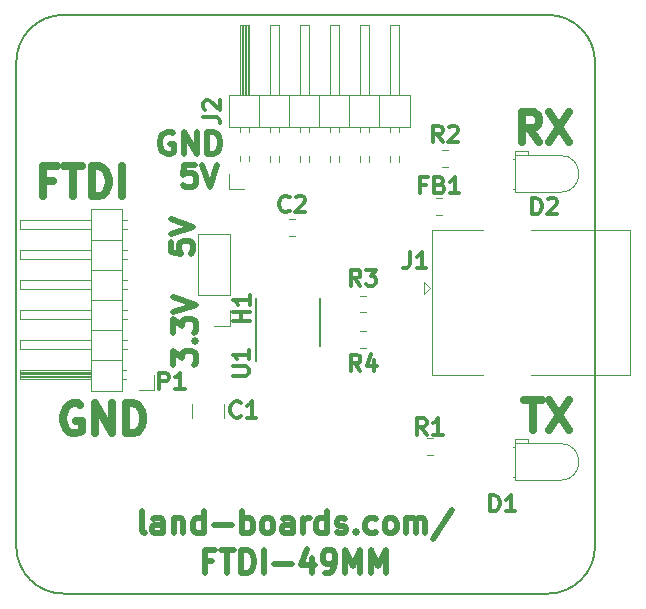
<source format=gto>
G04 #@! TF.GenerationSoftware,KiCad,Pcbnew,(5.1.5)-3*
G04 #@! TF.CreationDate,2021-03-10T17:40:58-05:00*
G04 #@! TF.ProjectId,FTDI-USB-TTL-49MM,46544449-2d55-4534-922d-54544c2d3439,1*
G04 #@! TF.SameCoordinates,Original*
G04 #@! TF.FileFunction,Legend,Top*
G04 #@! TF.FilePolarity,Positive*
%FSLAX46Y46*%
G04 Gerber Fmt 4.6, Leading zero omitted, Abs format (unit mm)*
G04 Created by KiCad (PCBNEW (5.1.5)-3) date 2021-03-10 17:40:58*
%MOMM*%
%LPD*%
G04 APERTURE LIST*
%ADD10C,0.476250*%
%ADD11C,0.635000*%
%ADD12C,0.120000*%
%ADD13C,0.150000*%
%ADD14C,0.349250*%
%ADD15C,0.381000*%
G04 APERTURE END LIST*
D10*
X13280571Y-9969500D02*
X13099142Y-9878785D01*
X12827000Y-9878785D01*
X12554857Y-9969500D01*
X12373428Y-10150928D01*
X12282714Y-10332357D01*
X12192000Y-10695214D01*
X12192000Y-10967357D01*
X12282714Y-11330214D01*
X12373428Y-11511642D01*
X12554857Y-11693071D01*
X12827000Y-11783785D01*
X13008428Y-11783785D01*
X13280571Y-11693071D01*
X13371285Y-11602357D01*
X13371285Y-10967357D01*
X13008428Y-10967357D01*
X14187714Y-11783785D02*
X14187714Y-9878785D01*
X15276285Y-11783785D01*
X15276285Y-9878785D01*
X16183428Y-11783785D02*
X16183428Y-9878785D01*
X16637000Y-9878785D01*
X16909142Y-9969500D01*
X17090571Y-10150928D01*
X17181285Y-10332357D01*
X17272000Y-10695214D01*
X17272000Y-10967357D01*
X17181285Y-11330214D01*
X17090571Y-11511642D01*
X16909142Y-11693071D01*
X16637000Y-11783785D01*
X16183428Y-11783785D01*
X15131142Y-12672785D02*
X14224000Y-12672785D01*
X14133285Y-13579928D01*
X14224000Y-13489214D01*
X14405428Y-13398500D01*
X14859000Y-13398500D01*
X15040428Y-13489214D01*
X15131142Y-13579928D01*
X15221857Y-13761357D01*
X15221857Y-14214928D01*
X15131142Y-14396357D01*
X15040428Y-14487071D01*
X14859000Y-14577785D01*
X14405428Y-14577785D01*
X14224000Y-14487071D01*
X14133285Y-14396357D01*
X15766142Y-12672785D02*
X16401142Y-14577785D01*
X17036142Y-12672785D01*
X10876642Y-43898910D02*
X10695214Y-43808196D01*
X10604499Y-43626767D01*
X10604499Y-41993910D01*
X12418785Y-43898910D02*
X12418785Y-42901053D01*
X12328071Y-42719625D01*
X12146642Y-42628910D01*
X11783785Y-42628910D01*
X11602357Y-42719625D01*
X12418785Y-43808196D02*
X12237357Y-43898910D01*
X11783785Y-43898910D01*
X11602357Y-43808196D01*
X11511642Y-43626767D01*
X11511642Y-43445339D01*
X11602357Y-43263910D01*
X11783785Y-43173196D01*
X12237357Y-43173196D01*
X12418785Y-43082482D01*
X13325928Y-42628910D02*
X13325928Y-43898910D01*
X13325928Y-42810339D02*
X13416642Y-42719625D01*
X13598071Y-42628910D01*
X13870214Y-42628910D01*
X14051642Y-42719625D01*
X14142357Y-42901053D01*
X14142357Y-43898910D01*
X15865928Y-43898910D02*
X15865928Y-41993910D01*
X15865928Y-43808196D02*
X15684499Y-43898910D01*
X15321642Y-43898910D01*
X15140214Y-43808196D01*
X15049499Y-43717482D01*
X14958785Y-43536053D01*
X14958785Y-42991767D01*
X15049499Y-42810339D01*
X15140214Y-42719625D01*
X15321642Y-42628910D01*
X15684499Y-42628910D01*
X15865928Y-42719625D01*
X16773071Y-43173196D02*
X18224499Y-43173196D01*
X19131642Y-43898910D02*
X19131642Y-41993910D01*
X19131642Y-42719625D02*
X19313071Y-42628910D01*
X19675928Y-42628910D01*
X19857357Y-42719625D01*
X19948071Y-42810339D01*
X20038785Y-42991767D01*
X20038785Y-43536053D01*
X19948071Y-43717482D01*
X19857357Y-43808196D01*
X19675928Y-43898910D01*
X19313071Y-43898910D01*
X19131642Y-43808196D01*
X21127357Y-43898910D02*
X20945928Y-43808196D01*
X20855214Y-43717482D01*
X20764500Y-43536053D01*
X20764500Y-42991767D01*
X20855214Y-42810339D01*
X20945928Y-42719625D01*
X21127357Y-42628910D01*
X21399500Y-42628910D01*
X21580928Y-42719625D01*
X21671642Y-42810339D01*
X21762357Y-42991767D01*
X21762357Y-43536053D01*
X21671642Y-43717482D01*
X21580928Y-43808196D01*
X21399500Y-43898910D01*
X21127357Y-43898910D01*
X23395214Y-43898910D02*
X23395214Y-42901053D01*
X23304500Y-42719625D01*
X23123071Y-42628910D01*
X22760214Y-42628910D01*
X22578785Y-42719625D01*
X23395214Y-43808196D02*
X23213785Y-43898910D01*
X22760214Y-43898910D01*
X22578785Y-43808196D01*
X22488071Y-43626767D01*
X22488071Y-43445339D01*
X22578785Y-43263910D01*
X22760214Y-43173196D01*
X23213785Y-43173196D01*
X23395214Y-43082482D01*
X24302357Y-43898910D02*
X24302357Y-42628910D01*
X24302357Y-42991767D02*
X24393071Y-42810339D01*
X24483785Y-42719625D01*
X24665214Y-42628910D01*
X24846642Y-42628910D01*
X26298071Y-43898910D02*
X26298071Y-41993910D01*
X26298071Y-43808196D02*
X26116642Y-43898910D01*
X25753785Y-43898910D01*
X25572357Y-43808196D01*
X25481642Y-43717482D01*
X25390928Y-43536053D01*
X25390928Y-42991767D01*
X25481642Y-42810339D01*
X25572357Y-42719625D01*
X25753785Y-42628910D01*
X26116642Y-42628910D01*
X26298071Y-42719625D01*
X27114500Y-43808196D02*
X27295928Y-43898910D01*
X27658785Y-43898910D01*
X27840214Y-43808196D01*
X27930928Y-43626767D01*
X27930928Y-43536053D01*
X27840214Y-43354625D01*
X27658785Y-43263910D01*
X27386642Y-43263910D01*
X27205214Y-43173196D01*
X27114500Y-42991767D01*
X27114500Y-42901053D01*
X27205214Y-42719625D01*
X27386642Y-42628910D01*
X27658785Y-42628910D01*
X27840214Y-42719625D01*
X28747357Y-43717482D02*
X28838071Y-43808196D01*
X28747357Y-43898910D01*
X28656642Y-43808196D01*
X28747357Y-43717482D01*
X28747357Y-43898910D01*
X30470928Y-43808196D02*
X30289500Y-43898910D01*
X29926642Y-43898910D01*
X29745214Y-43808196D01*
X29654500Y-43717482D01*
X29563785Y-43536053D01*
X29563785Y-42991767D01*
X29654500Y-42810339D01*
X29745214Y-42719625D01*
X29926642Y-42628910D01*
X30289500Y-42628910D01*
X30470928Y-42719625D01*
X31559500Y-43898910D02*
X31378071Y-43808196D01*
X31287357Y-43717482D01*
X31196642Y-43536053D01*
X31196642Y-42991767D01*
X31287357Y-42810339D01*
X31378071Y-42719625D01*
X31559500Y-42628910D01*
X31831642Y-42628910D01*
X32013071Y-42719625D01*
X32103785Y-42810339D01*
X32194500Y-42991767D01*
X32194500Y-43536053D01*
X32103785Y-43717482D01*
X32013071Y-43808196D01*
X31831642Y-43898910D01*
X31559500Y-43898910D01*
X33010928Y-43898910D02*
X33010928Y-42628910D01*
X33010928Y-42810339D02*
X33101642Y-42719625D01*
X33283071Y-42628910D01*
X33555214Y-42628910D01*
X33736642Y-42719625D01*
X33827357Y-42901053D01*
X33827357Y-43898910D01*
X33827357Y-42901053D02*
X33918071Y-42719625D01*
X34099500Y-42628910D01*
X34371642Y-42628910D01*
X34553071Y-42719625D01*
X34643785Y-42901053D01*
X34643785Y-43898910D01*
X36911642Y-41903196D02*
X35278785Y-44352482D01*
X16591642Y-46234803D02*
X15956642Y-46234803D01*
X15956642Y-47232660D02*
X15956642Y-45327660D01*
X16863785Y-45327660D01*
X17317357Y-45327660D02*
X18405928Y-45327660D01*
X17861642Y-47232660D02*
X17861642Y-45327660D01*
X19040928Y-47232660D02*
X19040928Y-45327660D01*
X19494500Y-45327660D01*
X19766642Y-45418375D01*
X19948071Y-45599803D01*
X20038785Y-45781232D01*
X20129500Y-46144089D01*
X20129500Y-46416232D01*
X20038785Y-46779089D01*
X19948071Y-46960517D01*
X19766642Y-47141946D01*
X19494500Y-47232660D01*
X19040928Y-47232660D01*
X20945928Y-47232660D02*
X20945928Y-45327660D01*
X21853071Y-46506946D02*
X23304500Y-46506946D01*
X25028071Y-45962660D02*
X25028071Y-47232660D01*
X24574500Y-45236946D02*
X24120928Y-46597660D01*
X25300214Y-46597660D01*
X26116642Y-47232660D02*
X26479500Y-47232660D01*
X26660928Y-47141946D01*
X26751642Y-47051232D01*
X26933071Y-46779089D01*
X27023785Y-46416232D01*
X27023785Y-45690517D01*
X26933071Y-45509089D01*
X26842357Y-45418375D01*
X26660928Y-45327660D01*
X26298071Y-45327660D01*
X26116642Y-45418375D01*
X26025928Y-45509089D01*
X25935214Y-45690517D01*
X25935214Y-46144089D01*
X26025928Y-46325517D01*
X26116642Y-46416232D01*
X26298071Y-46506946D01*
X26660928Y-46506946D01*
X26842357Y-46416232D01*
X26933071Y-46325517D01*
X27023785Y-46144089D01*
X27840214Y-47232660D02*
X27840214Y-45327660D01*
X28475214Y-46688375D01*
X29110214Y-45327660D01*
X29110214Y-47232660D01*
X30017357Y-47232660D02*
X30017357Y-45327660D01*
X30652357Y-46688375D01*
X31287357Y-45327660D01*
X31287357Y-47232660D01*
X13282385Y-29634542D02*
X13282385Y-28455257D01*
X14008100Y-29090257D01*
X14008100Y-28818114D01*
X14098814Y-28636685D01*
X14189528Y-28545971D01*
X14370957Y-28455257D01*
X14824528Y-28455257D01*
X15005957Y-28545971D01*
X15096671Y-28636685D01*
X15187385Y-28818114D01*
X15187385Y-29362400D01*
X15096671Y-29543828D01*
X15005957Y-29634542D01*
X15005957Y-27638828D02*
X15096671Y-27548114D01*
X15187385Y-27638828D01*
X15096671Y-27729542D01*
X15005957Y-27638828D01*
X15187385Y-27638828D01*
X13282385Y-26913114D02*
X13282385Y-25733828D01*
X14008100Y-26368828D01*
X14008100Y-26096685D01*
X14098814Y-25915257D01*
X14189528Y-25824542D01*
X14370957Y-25733828D01*
X14824528Y-25733828D01*
X15005957Y-25824542D01*
X15096671Y-25915257D01*
X15187385Y-26096685D01*
X15187385Y-26640971D01*
X15096671Y-26822400D01*
X15005957Y-26913114D01*
X13282385Y-25189542D02*
X15187385Y-24554542D01*
X13282385Y-23919542D01*
X13079185Y-19209657D02*
X13079185Y-20116800D01*
X13986328Y-20207514D01*
X13895614Y-20116800D01*
X13804900Y-19935371D01*
X13804900Y-19481800D01*
X13895614Y-19300371D01*
X13986328Y-19209657D01*
X14167757Y-19118942D01*
X14621328Y-19118942D01*
X14802757Y-19209657D01*
X14893471Y-19300371D01*
X14984185Y-19481800D01*
X14984185Y-19935371D01*
X14893471Y-20116800D01*
X14802757Y-20207514D01*
X13079185Y-18574657D02*
X14984185Y-17939657D01*
X13079185Y-17304657D01*
D11*
X3108476Y-14042571D02*
X2261809Y-14042571D01*
X2261809Y-15373047D02*
X2261809Y-12833047D01*
X3471333Y-12833047D01*
X4076095Y-12833047D02*
X5527523Y-12833047D01*
X4801809Y-15373047D02*
X4801809Y-12833047D01*
X6374190Y-15373047D02*
X6374190Y-12833047D01*
X6978952Y-12833047D01*
X7341809Y-12954000D01*
X7583714Y-13195904D01*
X7704666Y-13437809D01*
X7825619Y-13921619D01*
X7825619Y-14284476D01*
X7704666Y-14768285D01*
X7583714Y-15010190D01*
X7341809Y-15252095D01*
X6978952Y-15373047D01*
X6374190Y-15373047D01*
X8914190Y-15373047D02*
X8914190Y-12833047D01*
X5430761Y-33020000D02*
X5188857Y-32899047D01*
X4826000Y-32899047D01*
X4463142Y-33020000D01*
X4221238Y-33261904D01*
X4100285Y-33503809D01*
X3979333Y-33987619D01*
X3979333Y-34350476D01*
X4100285Y-34834285D01*
X4221238Y-35076190D01*
X4463142Y-35318095D01*
X4826000Y-35439047D01*
X5067904Y-35439047D01*
X5430761Y-35318095D01*
X5551714Y-35197142D01*
X5551714Y-34350476D01*
X5067904Y-34350476D01*
X6640285Y-35439047D02*
X6640285Y-32899047D01*
X8091714Y-35439047D01*
X8091714Y-32899047D01*
X9301238Y-35439047D02*
X9301238Y-32899047D01*
X9906000Y-32899047D01*
X10268857Y-33020000D01*
X10510761Y-33261904D01*
X10631714Y-33503809D01*
X10752666Y-33987619D01*
X10752666Y-34350476D01*
X10631714Y-34834285D01*
X10510761Y-35076190D01*
X10268857Y-35318095D01*
X9906000Y-35439047D01*
X9301238Y-35439047D01*
X43022761Y-32645047D02*
X44474190Y-32645047D01*
X43748476Y-35185047D02*
X43748476Y-32645047D01*
X45078952Y-32645047D02*
X46772285Y-35185047D01*
X46772285Y-32645047D02*
X45078952Y-35185047D01*
X44280666Y-10801047D02*
X43434000Y-9591523D01*
X42829238Y-10801047D02*
X42829238Y-8261047D01*
X43796857Y-8261047D01*
X44038761Y-8382000D01*
X44159714Y-8502952D01*
X44280666Y-8744857D01*
X44280666Y-9107714D01*
X44159714Y-9349619D01*
X44038761Y-9470571D01*
X43796857Y-9591523D01*
X42829238Y-9591523D01*
X45127333Y-8261047D02*
X46820666Y-10801047D01*
X46820666Y-8261047D02*
X45127333Y-10801047D01*
D12*
X46070000Y-36286000D02*
G75*
G02X46070000Y-39406000I0J-1560000D01*
G01*
X42210000Y-39406000D02*
X46070000Y-39406000D01*
X42210000Y-36286000D02*
X46070000Y-36286000D01*
X42210000Y-39406000D02*
X42210000Y-36286000D01*
X42210000Y-35886000D02*
X43330000Y-35886000D01*
X43330000Y-35886000D02*
X43330000Y-36286000D01*
X43330000Y-36286000D02*
X42210000Y-36286000D01*
X42210000Y-36286000D02*
X42210000Y-35886000D01*
X42080000Y-39116000D02*
X42210000Y-39116000D01*
X42210000Y-39116000D02*
X42210000Y-39116000D01*
X42210000Y-39116000D02*
X42080000Y-39116000D01*
X42080000Y-39116000D02*
X42080000Y-39116000D01*
X42080000Y-36576000D02*
X42210000Y-36576000D01*
X42210000Y-36576000D02*
X42210000Y-36576000D01*
X42210000Y-36576000D02*
X42080000Y-36576000D01*
X42080000Y-36576000D02*
X42080000Y-36576000D01*
D13*
X4000000Y0D02*
G75*
G03X0Y-4000000I0J-4000000D01*
G01*
X49000000Y-4000000D02*
G75*
G03X45000000Y0I-4000000J0D01*
G01*
X45000000Y-49000000D02*
G75*
G03X49000000Y-45000000I0J4000000D01*
G01*
X0Y-45000000D02*
G75*
G03X4000000Y-49000000I4000000J0D01*
G01*
X49000000Y-45000000D02*
X49000000Y-4000000D01*
X45000000Y0D02*
X4000000Y0D01*
X0Y-4000000D02*
X0Y-45000000D01*
X4000000Y-49000000D02*
X45000000Y-49000000D01*
D12*
X17616000Y-32925936D02*
X17616000Y-34130064D01*
X14896000Y-32925936D02*
X14896000Y-34130064D01*
X23629252Y-18710000D02*
X23106748Y-18710000D01*
X23629252Y-17290000D02*
X23106748Y-17290000D01*
X18068600Y-18583600D02*
X15408600Y-18583600D01*
X18068600Y-23723600D02*
X18068600Y-18583600D01*
X15408600Y-23723600D02*
X15408600Y-18583600D01*
X18068600Y-23723600D02*
X15408600Y-23723600D01*
X18068600Y-24993600D02*
X18068600Y-26323600D01*
X18068600Y-26323600D02*
X16738600Y-26323600D01*
X39490000Y-18204000D02*
X35230000Y-18204000D01*
X35230000Y-18204000D02*
X35230000Y-30524000D01*
X35230000Y-30524000D02*
X39490000Y-30524000D01*
X43590000Y-18204000D02*
X51950000Y-18204000D01*
X51950000Y-18204000D02*
X51950000Y-30524000D01*
X51950000Y-30524000D02*
X43590000Y-30524000D01*
X35010000Y-23114000D02*
X34510000Y-22614000D01*
X34510000Y-22614000D02*
X34510000Y-23614000D01*
X34510000Y-23614000D02*
X35010000Y-23114000D01*
X8974000Y-31810000D02*
X8974000Y-16450000D01*
X8974000Y-16450000D02*
X6314000Y-16450000D01*
X6314000Y-16450000D02*
X6314000Y-31810000D01*
X6314000Y-31810000D02*
X8974000Y-31810000D01*
X6314000Y-30860000D02*
X314000Y-30860000D01*
X314000Y-30860000D02*
X314000Y-30100000D01*
X314000Y-30100000D02*
X6314000Y-30100000D01*
X6314000Y-30800000D02*
X314000Y-30800000D01*
X6314000Y-30680000D02*
X314000Y-30680000D01*
X6314000Y-30560000D02*
X314000Y-30560000D01*
X6314000Y-30440000D02*
X314000Y-30440000D01*
X6314000Y-30320000D02*
X314000Y-30320000D01*
X6314000Y-30200000D02*
X314000Y-30200000D01*
X9304000Y-30860000D02*
X8974000Y-30860000D01*
X9304000Y-30100000D02*
X8974000Y-30100000D01*
X8974000Y-29210000D02*
X6314000Y-29210000D01*
X6314000Y-28320000D02*
X314000Y-28320000D01*
X314000Y-28320000D02*
X314000Y-27560000D01*
X314000Y-27560000D02*
X6314000Y-27560000D01*
X9371071Y-28320000D02*
X8974000Y-28320000D01*
X9371071Y-27560000D02*
X8974000Y-27560000D01*
X8974000Y-26670000D02*
X6314000Y-26670000D01*
X6314000Y-25780000D02*
X314000Y-25780000D01*
X314000Y-25780000D02*
X314000Y-25020000D01*
X314000Y-25020000D02*
X6314000Y-25020000D01*
X9371071Y-25780000D02*
X8974000Y-25780000D01*
X9371071Y-25020000D02*
X8974000Y-25020000D01*
X8974000Y-24130000D02*
X6314000Y-24130000D01*
X6314000Y-23240000D02*
X314000Y-23240000D01*
X314000Y-23240000D02*
X314000Y-22480000D01*
X314000Y-22480000D02*
X6314000Y-22480000D01*
X9371071Y-23240000D02*
X8974000Y-23240000D01*
X9371071Y-22480000D02*
X8974000Y-22480000D01*
X8974000Y-21590000D02*
X6314000Y-21590000D01*
X6314000Y-20700000D02*
X314000Y-20700000D01*
X314000Y-20700000D02*
X314000Y-19940000D01*
X314000Y-19940000D02*
X6314000Y-19940000D01*
X9371071Y-20700000D02*
X8974000Y-20700000D01*
X9371071Y-19940000D02*
X8974000Y-19940000D01*
X8974000Y-19050000D02*
X6314000Y-19050000D01*
X6314000Y-18160000D02*
X314000Y-18160000D01*
X314000Y-18160000D02*
X314000Y-17400000D01*
X314000Y-17400000D02*
X6314000Y-17400000D01*
X9371071Y-18160000D02*
X8974000Y-18160000D01*
X9371071Y-17400000D02*
X8974000Y-17400000D01*
X11684000Y-30480000D02*
X11684000Y-31750000D01*
X11684000Y-31750000D02*
X10414000Y-31750000D01*
X34738748Y-37286000D02*
X35261252Y-37286000D01*
X34738748Y-35866000D02*
X35261252Y-35866000D01*
X36060748Y-11482000D02*
X36583252Y-11482000D01*
X36060748Y-12902000D02*
X36583252Y-12902000D01*
D13*
X25675000Y-28000000D02*
X25675000Y-24000000D01*
X20275000Y-29275000D02*
X20275000Y-24000000D01*
D12*
X42080000Y-12190000D02*
X42080000Y-12190000D01*
X42210000Y-12190000D02*
X42080000Y-12190000D01*
X42210000Y-12190000D02*
X42210000Y-12190000D01*
X42080000Y-12190000D02*
X42210000Y-12190000D01*
X42080000Y-14730000D02*
X42080000Y-14730000D01*
X42210000Y-14730000D02*
X42080000Y-14730000D01*
X42210000Y-14730000D02*
X42210000Y-14730000D01*
X42080000Y-14730000D02*
X42210000Y-14730000D01*
X42210000Y-11900000D02*
X42210000Y-11500000D01*
X43330000Y-11900000D02*
X42210000Y-11900000D01*
X43330000Y-11500000D02*
X43330000Y-11900000D01*
X42210000Y-11500000D02*
X43330000Y-11500000D01*
X42210000Y-15020000D02*
X42210000Y-11900000D01*
X42210000Y-11900000D02*
X46070000Y-11900000D01*
X42210000Y-15020000D02*
X46070000Y-15020000D01*
X46070000Y-11900000D02*
G75*
G02X46070000Y-15020000I0J-1560000D01*
G01*
X29636253Y-25185001D02*
X29113749Y-25185001D01*
X29636253Y-23765001D02*
X29113749Y-23765001D01*
X29636253Y-26790000D02*
X29113749Y-26790000D01*
X29636253Y-28210000D02*
X29113749Y-28210000D01*
X17974000Y-9482000D02*
X33334000Y-9482000D01*
X33334000Y-9482000D02*
X33334000Y-6822000D01*
X33334000Y-6822000D02*
X17974000Y-6822000D01*
X17974000Y-6822000D02*
X17974000Y-9482000D01*
X18924000Y-6822000D02*
X18924000Y-822000D01*
X18924000Y-822000D02*
X19684000Y-822000D01*
X19684000Y-822000D02*
X19684000Y-6822000D01*
X18984000Y-6822000D02*
X18984000Y-822000D01*
X19104000Y-6822000D02*
X19104000Y-822000D01*
X19224000Y-6822000D02*
X19224000Y-822000D01*
X19344000Y-6822000D02*
X19344000Y-822000D01*
X19464000Y-6822000D02*
X19464000Y-822000D01*
X19584000Y-6822000D02*
X19584000Y-822000D01*
X18924000Y-9879071D02*
X18924000Y-9482000D01*
X19684000Y-9879071D02*
X19684000Y-9482000D01*
X18924000Y-12352000D02*
X18924000Y-11964929D01*
X19684000Y-12352000D02*
X19684000Y-11964929D01*
X20574000Y-9482000D02*
X20574000Y-6822000D01*
X21464000Y-6822000D02*
X21464000Y-822000D01*
X21464000Y-822000D02*
X22224000Y-822000D01*
X22224000Y-822000D02*
X22224000Y-6822000D01*
X21464000Y-9879071D02*
X21464000Y-9482000D01*
X22224000Y-9879071D02*
X22224000Y-9482000D01*
X21464000Y-12419071D02*
X21464000Y-11964929D01*
X22224000Y-12419071D02*
X22224000Y-11964929D01*
X23114000Y-9482000D02*
X23114000Y-6822000D01*
X24004000Y-6822000D02*
X24004000Y-822000D01*
X24004000Y-822000D02*
X24764000Y-822000D01*
X24764000Y-822000D02*
X24764000Y-6822000D01*
X24004000Y-9879071D02*
X24004000Y-9482000D01*
X24764000Y-9879071D02*
X24764000Y-9482000D01*
X24004000Y-12419071D02*
X24004000Y-11964929D01*
X24764000Y-12419071D02*
X24764000Y-11964929D01*
X25654000Y-9482000D02*
X25654000Y-6822000D01*
X26544000Y-6822000D02*
X26544000Y-822000D01*
X26544000Y-822000D02*
X27304000Y-822000D01*
X27304000Y-822000D02*
X27304000Y-6822000D01*
X26544000Y-9879071D02*
X26544000Y-9482000D01*
X27304000Y-9879071D02*
X27304000Y-9482000D01*
X26544000Y-12419071D02*
X26544000Y-11964929D01*
X27304000Y-12419071D02*
X27304000Y-11964929D01*
X28194000Y-9482000D02*
X28194000Y-6822000D01*
X29084000Y-6822000D02*
X29084000Y-822000D01*
X29084000Y-822000D02*
X29844000Y-822000D01*
X29844000Y-822000D02*
X29844000Y-6822000D01*
X29084000Y-9879071D02*
X29084000Y-9482000D01*
X29844000Y-9879071D02*
X29844000Y-9482000D01*
X29084000Y-12419071D02*
X29084000Y-11964929D01*
X29844000Y-12419071D02*
X29844000Y-11964929D01*
X30734000Y-9482000D02*
X30734000Y-6822000D01*
X31624000Y-6822000D02*
X31624000Y-822000D01*
X31624000Y-822000D02*
X32384000Y-822000D01*
X32384000Y-822000D02*
X32384000Y-6822000D01*
X31624000Y-9879071D02*
X31624000Y-9482000D01*
X32384000Y-9879071D02*
X32384000Y-9482000D01*
X31624000Y-12419071D02*
X31624000Y-11964929D01*
X32384000Y-12419071D02*
X32384000Y-11964929D01*
X19304000Y-14732000D02*
X18034000Y-14732000D01*
X18034000Y-14732000D02*
X18034000Y-13462000D01*
X35552748Y-15546000D02*
X36075252Y-15546000D01*
X35552748Y-16966000D02*
X36075252Y-16966000D01*
D14*
X40116880Y-42033976D02*
X40116880Y-40636976D01*
X40449500Y-40636976D01*
X40649071Y-40703500D01*
X40782119Y-40836547D01*
X40848642Y-40969595D01*
X40915166Y-41235690D01*
X40915166Y-41435261D01*
X40848642Y-41701357D01*
X40782119Y-41834404D01*
X40649071Y-41967452D01*
X40449500Y-42033976D01*
X40116880Y-42033976D01*
X42245642Y-42033976D02*
X41447357Y-42033976D01*
X41846500Y-42033976D02*
X41846500Y-40636976D01*
X41713452Y-40836547D01*
X41580404Y-40969595D01*
X41447357Y-41036119D01*
D15*
D14*
X18994966Y-33976128D02*
X18928442Y-34042652D01*
X18728871Y-34109176D01*
X18595823Y-34109176D01*
X18396252Y-34042652D01*
X18263204Y-33909604D01*
X18196680Y-33776557D01*
X18130157Y-33510461D01*
X18130157Y-33310890D01*
X18196680Y-33044795D01*
X18263204Y-32911747D01*
X18396252Y-32778700D01*
X18595823Y-32712176D01*
X18728871Y-32712176D01*
X18928442Y-32778700D01*
X18994966Y-32845223D01*
X20325442Y-34109176D02*
X19527157Y-34109176D01*
X19926300Y-34109176D02*
X19926300Y-32712176D01*
X19793252Y-32911747D01*
X19660204Y-33044795D01*
X19527157Y-33111319D01*
D15*
D14*
X23135166Y-16577128D02*
X23068642Y-16643652D01*
X22869071Y-16710176D01*
X22736023Y-16710176D01*
X22536452Y-16643652D01*
X22403404Y-16510604D01*
X22336880Y-16377557D01*
X22270357Y-16111461D01*
X22270357Y-15911890D01*
X22336880Y-15645795D01*
X22403404Y-15512747D01*
X22536452Y-15379700D01*
X22736023Y-15313176D01*
X22869071Y-15313176D01*
X23068642Y-15379700D01*
X23135166Y-15446223D01*
X23667357Y-15446223D02*
X23733880Y-15379700D01*
X23866928Y-15313176D01*
X24199547Y-15313176D01*
X24332595Y-15379700D01*
X24399119Y-15446223D01*
X24465642Y-15579271D01*
X24465642Y-15712319D01*
X24399119Y-15911890D01*
X23600833Y-16710176D01*
X24465642Y-16710176D01*
D15*
D14*
X19758176Y-25930980D02*
X18361176Y-25930980D01*
X19026414Y-25930980D02*
X19026414Y-25132695D01*
X19758176Y-25132695D02*
X18361176Y-25132695D01*
X19758176Y-23735695D02*
X19758176Y-24533980D01*
X19758176Y-24134838D02*
X18361176Y-24134838D01*
X18560747Y-24267885D01*
X18693795Y-24400933D01*
X18760319Y-24533980D01*
X33316333Y-20062976D02*
X33316333Y-21060833D01*
X33249809Y-21260404D01*
X33116761Y-21393452D01*
X32917190Y-21459976D01*
X32784142Y-21459976D01*
X34713333Y-21459976D02*
X33915047Y-21459976D01*
X34314190Y-21459976D02*
X34314190Y-20062976D01*
X34181142Y-20262547D01*
X34048095Y-20395595D01*
X33915047Y-20462119D01*
D15*
D14*
X12126080Y-31696176D02*
X12126080Y-30299176D01*
X12658271Y-30299176D01*
X12791319Y-30365700D01*
X12857842Y-30432223D01*
X12924366Y-30565271D01*
X12924366Y-30764842D01*
X12857842Y-30897890D01*
X12791319Y-30964414D01*
X12658271Y-31030938D01*
X12126080Y-31030938D01*
X14254842Y-31696176D02*
X13456557Y-31696176D01*
X13855700Y-31696176D02*
X13855700Y-30299176D01*
X13722652Y-30498747D01*
X13589604Y-30631795D01*
X13456557Y-30698319D01*
X34767166Y-35557976D02*
X34301500Y-34892738D01*
X33968880Y-35557976D02*
X33968880Y-34160976D01*
X34501071Y-34160976D01*
X34634119Y-34227500D01*
X34700642Y-34294023D01*
X34767166Y-34427071D01*
X34767166Y-34626642D01*
X34700642Y-34759690D01*
X34634119Y-34826214D01*
X34501071Y-34892738D01*
X33968880Y-34892738D01*
X36097642Y-35557976D02*
X35299357Y-35557976D01*
X35698500Y-35557976D02*
X35698500Y-34160976D01*
X35565452Y-34360547D01*
X35432404Y-34493595D01*
X35299357Y-34560119D01*
D15*
D14*
X36089166Y-10791976D02*
X35623500Y-10126738D01*
X35290880Y-10791976D02*
X35290880Y-9394976D01*
X35823071Y-9394976D01*
X35956119Y-9461500D01*
X36022642Y-9528023D01*
X36089166Y-9661071D01*
X36089166Y-9860642D01*
X36022642Y-9993690D01*
X35956119Y-10060214D01*
X35823071Y-10126738D01*
X35290880Y-10126738D01*
X36621357Y-9528023D02*
X36687880Y-9461500D01*
X36820928Y-9394976D01*
X37153547Y-9394976D01*
X37286595Y-9461500D01*
X37353119Y-9528023D01*
X37419642Y-9661071D01*
X37419642Y-9794119D01*
X37353119Y-9993690D01*
X36554833Y-10791976D01*
X37419642Y-10791976D01*
D15*
D14*
X18310376Y-30553780D02*
X19441280Y-30553780D01*
X19574328Y-30487257D01*
X19640852Y-30420733D01*
X19707376Y-30287685D01*
X19707376Y-30021590D01*
X19640852Y-29888542D01*
X19574328Y-29822019D01*
X19441280Y-29755495D01*
X18310376Y-29755495D01*
X19707376Y-28358495D02*
X19707376Y-29156780D01*
X19707376Y-28757638D02*
X18310376Y-28757638D01*
X18509947Y-28890685D01*
X18642995Y-29023733D01*
X18709519Y-29156780D01*
D15*
D14*
X43672880Y-16887976D02*
X43672880Y-15490976D01*
X44005500Y-15490976D01*
X44205071Y-15557500D01*
X44338119Y-15690547D01*
X44404642Y-15823595D01*
X44471166Y-16089690D01*
X44471166Y-16289261D01*
X44404642Y-16555357D01*
X44338119Y-16688404D01*
X44205071Y-16821452D01*
X44005500Y-16887976D01*
X43672880Y-16887976D01*
X45003357Y-15624023D02*
X45069880Y-15557500D01*
X45202928Y-15490976D01*
X45535547Y-15490976D01*
X45668595Y-15557500D01*
X45735119Y-15624023D01*
X45801642Y-15757071D01*
X45801642Y-15890119D01*
X45735119Y-16089690D01*
X44936833Y-16887976D01*
X45801642Y-16887976D01*
D15*
D14*
X29129566Y-22958576D02*
X28663900Y-22293338D01*
X28331280Y-22958576D02*
X28331280Y-21561576D01*
X28863471Y-21561576D01*
X28996519Y-21628100D01*
X29063042Y-21694623D01*
X29129566Y-21827671D01*
X29129566Y-22027242D01*
X29063042Y-22160290D01*
X28996519Y-22226814D01*
X28863471Y-22293338D01*
X28331280Y-22293338D01*
X29595233Y-21561576D02*
X30460042Y-21561576D01*
X29994376Y-22093766D01*
X30193947Y-22093766D01*
X30326995Y-22160290D01*
X30393519Y-22226814D01*
X30460042Y-22359861D01*
X30460042Y-22692480D01*
X30393519Y-22825528D01*
X30326995Y-22892052D01*
X30193947Y-22958576D01*
X29794804Y-22958576D01*
X29661757Y-22892052D01*
X29595233Y-22825528D01*
D15*
D14*
X29129566Y-30172176D02*
X28663900Y-29506938D01*
X28331280Y-30172176D02*
X28331280Y-28775176D01*
X28863471Y-28775176D01*
X28996519Y-28841700D01*
X29063042Y-28908223D01*
X29129566Y-29041271D01*
X29129566Y-29240842D01*
X29063042Y-29373890D01*
X28996519Y-29440414D01*
X28863471Y-29506938D01*
X28331280Y-29506938D01*
X30326995Y-29240842D02*
X30326995Y-30172176D01*
X29994376Y-28708652D02*
X29661757Y-29706509D01*
X30526566Y-29706509D01*
D15*
D14*
X15821176Y-8619066D02*
X16819033Y-8619066D01*
X17018604Y-8685590D01*
X17151652Y-8818638D01*
X17218176Y-9018209D01*
X17218176Y-9151257D01*
X15954223Y-8020352D02*
X15887700Y-7953828D01*
X15821176Y-7820780D01*
X15821176Y-7488161D01*
X15887700Y-7355114D01*
X15954223Y-7288590D01*
X16087271Y-7222066D01*
X16220319Y-7222066D01*
X16419890Y-7288590D01*
X17218176Y-8086876D01*
X17218176Y-7222066D01*
D15*
D14*
X34649833Y-14378214D02*
X34184166Y-14378214D01*
X34184166Y-15109976D02*
X34184166Y-13712976D01*
X34849404Y-13712976D01*
X35847261Y-14378214D02*
X36046833Y-14444738D01*
X36113357Y-14511261D01*
X36179880Y-14644309D01*
X36179880Y-14843880D01*
X36113357Y-14976928D01*
X36046833Y-15043452D01*
X35913785Y-15109976D01*
X35381595Y-15109976D01*
X35381595Y-13712976D01*
X35847261Y-13712976D01*
X35980309Y-13779500D01*
X36046833Y-13846023D01*
X36113357Y-13979071D01*
X36113357Y-14112119D01*
X36046833Y-14245166D01*
X35980309Y-14311690D01*
X35847261Y-14378214D01*
X35381595Y-14378214D01*
X37510357Y-15109976D02*
X36712071Y-15109976D01*
X37111214Y-15109976D02*
X37111214Y-13712976D01*
X36978166Y-13912547D01*
X36845119Y-14045595D01*
X36712071Y-14112119D01*
D15*
M02*

</source>
